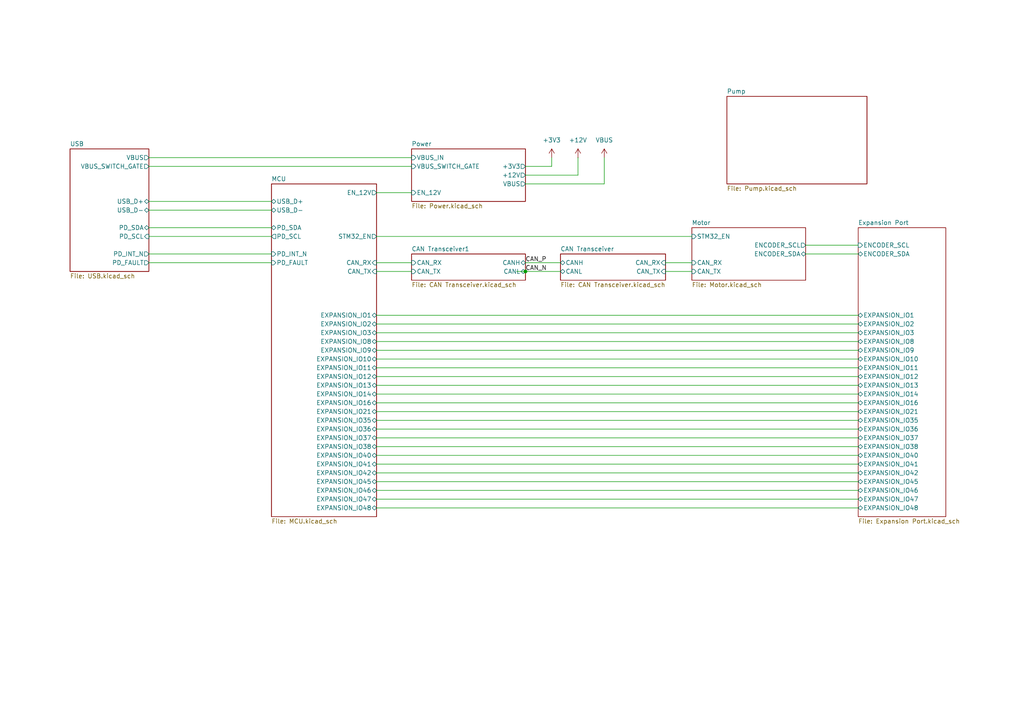
<source format=kicad_sch>
(kicad_sch (version 20250114) (generator "eeschema") (generator_version "9.0")
  (paper "A4")
  (lib_symbols
    (symbol "power:+12V" (power) (pin_numbers (hide yes)) (pin_names (offset 0) (hide yes))
      (property "Value" "+12V" (at 0 3.556 0))
      (symbol "+12V_0_1"
        (polyline (pts (xy -0.762 1.27) (xy 0 2.54)))
        (polyline (pts (xy 0 2.54) (xy 0.762 1.27)))
        (polyline (pts (xy 0 0) (xy 0 2.54)))
      )
      (symbol "+12V_1_1"
        (pin power_in line (at 0 0 90) (length 0) (name "~") (number "1"))
      )
    )
    (symbol "power:+3V3" (power) (pin_numbers (hide yes)) (pin_names (offset 0) (hide yes))
      (property "Value" "+3V3" (at 0 3.556 0))
      (symbol "+3V3_0_1"
        (polyline (pts (xy -0.762 1.27) (xy 0 2.54)))
        (polyline (pts (xy 0 2.54) (xy 0.762 1.27)))
        (polyline (pts (xy 0 0) (xy 0 2.54)))
      )
      (symbol "+3V3_1_1"
        (pin power_in line (at 0 0 90) (length 0) (name "~") (number "1"))
      )
    )
    (symbol "power:VBUS" (power) (pin_numbers (hide yes)) (pin_names (offset 0) (hide yes))
      (property "Value" "VBUS" (at 0 3.556 0))
      (symbol "VBUS_0_1"
        (polyline (pts (xy -0.762 1.27) (xy 0 2.54)))
        (polyline (pts (xy 0 2.54) (xy 0.762 1.27)))
        (polyline (pts (xy 0 0) (xy 0 2.54)))
      )
      (symbol "VBUS_1_1"
        (pin power_in line (at 0 0 90) (length 0) (name "~") (number "1"))
      )
    )
  )
  (junction (at 152.4 78.74))
  (wire (pts (xy 43.18 66.04) (xy 78.74 66.04)))
  (wire (pts (xy 109.22 96.52) (xy 248.92 96.52)))
  (wire (pts (xy 43.18 68.58) (xy 78.74 68.58)))
  (wire (pts (xy 193.04 78.74) (xy 200.66 78.74)))
  (wire (pts (xy 109.22 124.46) (xy 248.92 124.46)))
  (wire (pts (xy 109.22 106.68) (xy 248.92 106.68)))
  (wire (pts (xy 43.18 60.96) (xy 78.74 60.96)))
  (wire (pts (xy 109.22 134.62) (xy 248.92 134.62)))
  (wire (pts (xy 43.18 45.72) (xy 119.38 45.72)))
  (wire (pts (xy 43.18 76.2) (xy 78.74 76.2)))
  (wire (pts (xy 43.18 48.26) (xy 119.38 48.26)))
  (wire (pts (xy 109.22 132.08) (xy 248.92 132.08)))
  (wire (pts (xy 109.22 147.32) (xy 248.92 147.32)))
  (wire (pts (xy 109.22 121.92) (xy 248.92 121.92)))
  (wire (pts (xy 175.26 45.72) (xy 175.26 53.34)))
  (wire (pts (xy 109.22 137.16) (xy 248.92 137.16)))
  (wire (pts (xy 109.22 144.78) (xy 248.92 144.78)))
  (wire (pts (xy 109.22 93.98) (xy 248.92 93.98)))
  (wire (pts (xy 109.22 142.24) (xy 248.92 142.24)))
  (wire (pts (xy 160.02 45.72) (xy 160.02 48.26)))
  (wire (pts (xy 233.68 71.12) (xy 248.92 71.12)))
  (wire (pts (xy 109.22 55.88) (xy 119.38 55.88)))
  (wire (pts (xy 193.04 76.2) (xy 200.66 76.2)))
  (wire (pts (xy 109.22 109.22) (xy 248.92 109.22)))
  (wire (pts (xy 109.22 76.2) (xy 119.38 76.2)))
  (wire (pts (xy 109.22 78.74) (xy 119.38 78.74)))
  (wire (pts (xy 152.4 78.74) (xy 162.56 78.74)))
  (wire (pts (xy 109.22 139.7) (xy 248.92 139.7)))
  (wire (pts (xy 109.22 127) (xy 248.92 127)))
  (wire (pts (xy 152.4 53.34) (xy 175.26 53.34)))
  (wire (pts (xy 109.22 101.6) (xy 248.92 101.6)))
  (wire (pts (xy 167.64 45.72) (xy 167.64 50.8)))
  (wire (pts (xy 109.22 119.38) (xy 248.92 119.38)))
  (wire (pts (xy 109.22 129.54) (xy 248.92 129.54)))
  (wire (pts (xy 109.22 111.76) (xy 248.92 111.76)))
  (wire (pts (xy 152.4 50.8) (xy 167.64 50.8)))
  (wire (pts (xy 109.22 104.14) (xy 248.92 104.14)))
  (wire (pts (xy 109.22 68.58) (xy 200.66 68.58)))
  (wire (pts (xy 109.22 91.44) (xy 248.92 91.44)))
  (wire (pts (xy 149.86 78.74) (xy 152.4 78.74)))
  (wire (pts (xy 152.4 76.2) (xy 162.56 76.2)))
  (wire (pts (xy 233.68 73.66) (xy 248.92 73.66)))
  (wire (pts (xy 109.22 114.3) (xy 248.92 114.3)))
  (wire (pts (xy 109.22 99.06) (xy 248.92 99.06)))
  (wire (pts (xy 43.18 58.42) (xy 78.74 58.42)))
  (wire (pts (xy 152.4 48.26) (xy 160.02 48.26)))
  (wire (pts (xy 109.22 116.84) (xy 248.92 116.84)))
  (wire (pts (xy 43.18 73.66) (xy 78.74 73.66)))
  (label "CAN_N" (at 152.4 78.74 0))
  (label "CAN_P" (at 152.4 76.2 0))
  (symbol (lib_id "power:VBUS") (at 175.26 45.72 0) (unit 1)
    (property "Reference" "#PWR063" (effects (hide yes)))
    (property "Value" "VBUS" (at 175.26 40.64 0))
    (property "Description" "Power symbol creates a global label with name \"VBUS\"" (effects (hide yes)))
  )
  (symbol (lib_id "power:+12V") (at 167.64 45.72 0) (unit 1)
    (property "Reference" "#PWR014" (effects (hide yes)))
    (property "Value" "+12V" (at 167.64 40.64 0))
    (property "Description" "Power symbol creates a global label with name \"+12V\"" (effects (hide yes)))
  )
  (symbol (lib_id "power:+3V3") (at 160.02 45.72 0) (unit 1)
    (property "Reference" "#PWR09" (effects (hide yes)))
    (property "Value" "+3V3" (at 160.02 40.64 0))
    (property "Description" "Power symbol creates a global label with name \"+3V3\"" (effects (hide yes)))
  )
  (sheet (at 248.92 66.04) (size 25.4 83.82) (stroke (width 0.1524))
    (property "Sheetname" "Expansion Port" (at 248.92 65.3284 0) (effects (justify left bottom)))
    (property "Sheetfile" "Expansion Port.kicad_sch" (at 248.92 150.4446 0) (effects (justify left top)))
    (pin "ENCODER_SCL" input (at 248.92 71.12 180))
    (pin "ENCODER_SDA" bidirectional (at 248.92 73.66 180))
    (pin "EXPANSION_IO1" bidirectional (at 248.92 91.44 180))
    (pin "EXPANSION_IO2" bidirectional (at 248.92 93.98 180))
    (pin "EXPANSION_IO3" bidirectional (at 248.92 96.52 180))
    (pin "EXPANSION_IO8" bidirectional (at 248.92 99.06 180))
    (pin "EXPANSION_IO9" bidirectional (at 248.92 101.6 180))
    (pin "EXPANSION_IO10" bidirectional (at 248.92 104.14 180))
    (pin "EXPANSION_IO11" bidirectional (at 248.92 106.68 180))
    (pin "EXPANSION_IO12" bidirectional (at 248.92 109.22 180))
    (pin "EXPANSION_IO13" bidirectional (at 248.92 111.76 180))
    (pin "EXPANSION_IO14" bidirectional (at 248.92 114.3 180))
    (pin "EXPANSION_IO16" bidirectional (at 248.92 116.84 180))
    (pin "EXPANSION_IO21" bidirectional (at 248.92 119.38 180))
    (pin "EXPANSION_IO35" bidirectional (at 248.92 121.92 180))
    (pin "EXPANSION_IO36" bidirectional (at 248.92 124.46 180))
    (pin "EXPANSION_IO37" bidirectional (at 248.92 127 180))
    (pin "EXPANSION_IO38" bidirectional (at 248.92 129.54 180))
    (pin "EXPANSION_IO40" bidirectional (at 248.92 132.08 180))
    (pin "EXPANSION_IO41" bidirectional (at 248.92 134.62 180))
    (pin "EXPANSION_IO42" bidirectional (at 248.92 137.16 180))
    (pin "EXPANSION_IO45" bidirectional (at 248.92 139.7 180))
    (pin "EXPANSION_IO46" bidirectional (at 248.92 142.24 180))
    (pin "EXPANSION_IO47" bidirectional (at 248.92 144.78 180))
    (pin "EXPANSION_IO48" bidirectional (at 248.92 147.32 180))
  )
  (sheet (at 119.38 73.66) (size 33.02 7.62) (stroke (width 0.1524))
    (property "Sheetname" "CAN Transceiver1" (at 119.38 72.9484 0) (effects (justify left bottom)))
    (property "Sheetfile" "CAN Transceiver.kicad_sch" (at 119.38 81.8646 0) (effects (justify left top)))
    (pin "CANH" bidirectional (at 152.4 76.2 0))
    (pin "CANL" bidirectional (at 152.4 78.74 0))
    (pin "CAN_RX" input (at 119.38 76.2 180))
    (pin "CAN_TX" input (at 119.38 78.74 180))
  )
  (sheet (at 78.74 53.34) (size 30.48 96.52) (stroke (width 0.1524))
    (property "Sheetname" "MCU" (at 78.74 52.6284 0) (effects (justify left bottom)))
    (property "Sheetfile" "MCU.kicad_sch" (at 78.74 150.4446 0) (effects (justify left top)))
    (pin "PD_FAULT" input (at 78.74 76.2 180))
    (pin "PD_INT_N" input (at 78.74 73.66 180))
    (pin "PD_SCL" output (at 78.74 68.58 180))
    (pin "PD_SDA" bidirectional (at 78.74 66.04 180))
    (pin "USB_D+" bidirectional (at 78.74 58.42 180))
    (pin "USB_D-" bidirectional (at 78.74 60.96 180))
    (pin "EN_12V" output (at 109.22 55.88 0))
    (pin "STM32_EN" output (at 109.22 68.58 0))
    (pin "CAN_RX" input (at 109.22 76.2 0))
    (pin "CAN_TX" input (at 109.22 78.74 0))
    (pin "EXPANSION_IO1" bidirectional (at 109.22 91.44 0))
    (pin "EXPANSION_IO2" bidirectional (at 109.22 93.98 0))
    (pin "EXPANSION_IO3" bidirectional (at 109.22 96.52 0))
    (pin "EXPANSION_IO8" bidirectional (at 109.22 99.06 0))
    (pin "EXPANSION_IO9" bidirectional (at 109.22 101.6 0))
    (pin "EXPANSION_IO10" bidirectional (at 109.22 104.14 0))
    (pin "EXPANSION_IO11" bidirectional (at 109.22 106.68 0))
    (pin "EXPANSION_IO12" bidirectional (at 109.22 109.22 0))
    (pin "EXPANSION_IO13" bidirectional (at 109.22 111.76 0))
    (pin "EXPANSION_IO14" bidirectional (at 109.22 114.3 0))
    (pin "EXPANSION_IO16" bidirectional (at 109.22 116.84 0))
    (pin "EXPANSION_IO21" bidirectional (at 109.22 119.38 0))
    (pin "EXPANSION_IO35" bidirectional (at 109.22 121.92 0))
    (pin "EXPANSION_IO36" bidirectional (at 109.22 124.46 0))
    (pin "EXPANSION_IO37" bidirectional (at 109.22 127 0))
    (pin "EXPANSION_IO38" bidirectional (at 109.22 129.54 0))
    (pin "EXPANSION_IO40" bidirectional (at 109.22 132.08 0))
    (pin "EXPANSION_IO41" bidirectional (at 109.22 134.62 0))
    (pin "EXPANSION_IO42" bidirectional (at 109.22 137.16 0))
    (pin "EXPANSION_IO45" bidirectional (at 109.22 139.7 0))
    (pin "EXPANSION_IO46" bidirectional (at 109.22 142.24 0))
    (pin "EXPANSION_IO47" bidirectional (at 109.22 144.78 0))
    (pin "EXPANSION_IO48" bidirectional (at 109.22 147.32 0))
  )
  (sheet (at 162.56 73.66) (size 30.48 7.62) (stroke (width 0.1524))
    (property "Sheetname" "CAN Transceiver" (at 162.56 72.9484 0) (effects (justify left bottom)))
    (property "Sheetfile" "CAN Transceiver.kicad_sch" (at 162.56 81.8646 0) (effects (justify left top)))
    (pin "CANH" bidirectional (at 162.56 76.2 180))
    (pin "CANL" bidirectional (at 162.56 78.74 180))
    (pin "CAN_RX" input (at 193.04 76.2 0))
    (pin "CAN_TX" input (at 193.04 78.74 0))
  )
  (sheet (at 20.32 43.18) (size 22.86 35.56) (stroke (width 0.1524))
    (property "Sheetname" "USB" (at 20.32 42.4684 0) (effects (justify left bottom)))
    (property "Sheetfile" "USB.kicad_sch" (at 20.32 79.3246 0) (effects (justify left top)))
    (pin "PD_FAULT" output (at 43.18 76.2 0))
    (pin "PD_INT_N" output (at 43.18 73.66 0))
    (pin "PD_SCL" input (at 43.18 68.58 0))
    (pin "PD_SDA" bidirectional (at 43.18 66.04 0))
    (pin "USB_D+" bidirectional (at 43.18 58.42 0))
    (pin "USB_D-" bidirectional (at 43.18 60.96 0))
    (pin "VBUS" output (at 43.18 45.72 0))
    (pin "VBUS_SWITCH_GATE" output (at 43.18 48.26 0))
  )
  (sheet (at 210.82 27.94) (size 40.64 25.4) (stroke (width 0.1524))
    (property "Sheetname" "Pump" (at 210.82 27.2284 0) (effects (justify left bottom)))
    (property "Sheetfile" "Pump.kicad_sch" (at 210.82 53.9246 0) (effects (justify left top)))
  )
  (sheet (at 200.66 66.04) (size 33.02 15.24) (stroke (width 0.1524))
    (property "Sheetname" "Motor" (at 200.66 65.3284 0) (effects (justify left bottom)))
    (property "Sheetfile" "Motor.kicad_sch" (at 200.66 81.8646 0) (effects (justify left top)))
    (pin "STM32_EN" input (at 200.66 68.58 180))
    (pin "CAN_RX" input (at 200.66 76.2 180))
    (pin "CAN_TX" input (at 200.66 78.74 180))
    (pin "ENCODER_SCL" output (at 233.68 71.12 0))
    (pin "ENCODER_SDA" bidirectional (at 233.68 73.66 0))
  )
  (sheet (at 119.38 43.18) (size 33.02 15.24) (stroke (width 0.1524))
    (property "Sheetname" "Power" (at 119.38 42.4684 0) (effects (justify left bottom)))
    (property "Sheetfile" "Power.kicad_sch" (at 119.38 59.0046 0) (effects (justify left top)))
    (pin "+3V3" output (at 152.4 48.26 0))
    (pin "+12V" output (at 152.4 50.8 0))
    (pin "EN_12V" input (at 119.38 55.88 180))
    (pin "VBUS_IN" input (at 119.38 45.72 180))
    (pin "VBUS" output (at 152.4 53.34 0))
    (pin "VBUS_SWITCH_GATE" input (at 119.38 48.26 180))
  )
)
</source>
